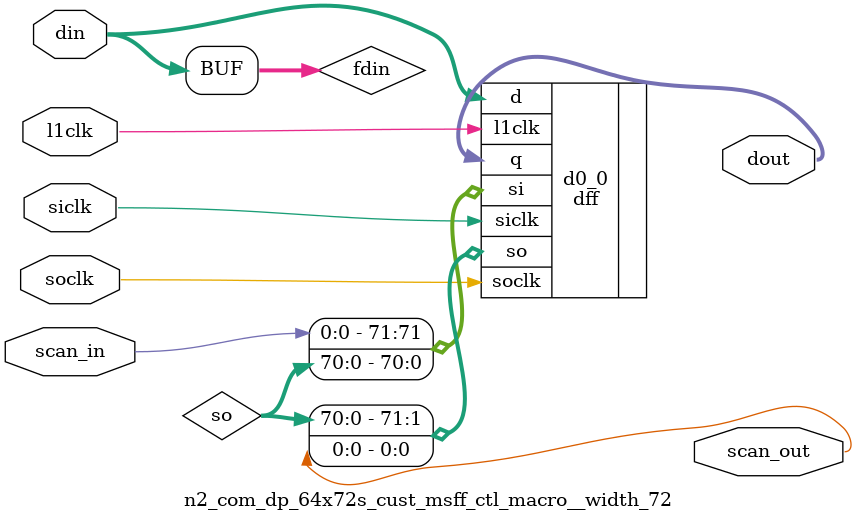
<source format=v>
`define OUTFLOP_n2_com_dp_64x72s_cust  TRUE		



module n2_com_dp_64x72s_cust (
  wr_adr, 
  wr_en, 
  rd_adr, 
  rd_en, 
  din, 
  dout, 
  rdclk, 
  wrclk, 
  scan_in, 
  tcu_pce_ov, 
  tcu_aclk, 
  tcu_bclk, 
  tcu_array_wr_inhibit, 
  tcu_se_scancollar_in, 
  tcu_se_scancollar_out, 
  bist_clk_mux_sel, 
  rd_pce, 
  wr_pce, 
  scan_out);
wire rd_lce;
wire wr_lce;
wire rdclk_in;
wire wrclk_in;
wire rdclk_free;
wire wrclk_free;
wire rdclk_out;
wire dff_wr_addr_scanin;
wire dff_wr_addr_scanout;
wire [5:0] wr_adr_d1;
wire [5:1] dff_rd_addr_scan;
wire dff_rd_addr_scanin;
wire dff_rd_addr_scanout;
wire [5:0] rd_adr_d1;
wire [5:0] rd_adr_mq_l_unused;
wire [5:0] rd_adr_q_unused;
wire [5:0] rd_adr_q_l_unused;
wire dff_rd_en_scanin;
wire dff_rd_en_scanout;
wire rd_en_d1;
wire rd_en_mq_l_unused;
wire rd_en_q_unused;
wire rd_en_q_l_unused;
wire dff_wr_en_scanin;
wire dff_wr_en_scanout;
wire wr_en_d1;
wire [35:1] dff_din_hi_scan;
wire dff_din_hi_scanin;
wire dff_din_hi_scanout;
wire [71:0] din_d1;
wire [35:1] dff_din_lo_scan;
wire dff_din_lo_scanin;
wire dff_din_lo_scanout;
wire wr_inh_;
wire rd_en_d1_qual;
wire wr_en_d1_qual;
wire [71:0] local_dout;
wire dff_dout_scanin;
wire dff_dout_scanout;
		
input	[5:0]	wr_adr;
input			wr_en;
input	[5:0]	rd_adr;
input			rd_en;
input	[71:0] 	din;
output	[71:0]	dout;
input		rdclk;
input		wrclk;
input		scan_in;
input		tcu_pce_ov;
input		tcu_aclk;
input		tcu_bclk;
input		tcu_array_wr_inhibit;
input		tcu_se_scancollar_in;

input		tcu_se_scancollar_out;

input		bist_clk_mux_sel;
input		rd_pce;
input		wr_pce;
output		scan_out;

// synopsys translate_off

wire pce_ov	= tcu_pce_ov;
wire siclk	= tcu_aclk;
wire soclk	= tcu_bclk;
//================================================
// Clock headers
//================================================
cl_mc1_bistlatch_4x rd_pce_lat (
	.l2clk	(rdclk),
	.pce	(rd_pce),
	.pce_ov	(pce_ov),
	.lce	(rd_lce)
);
cl_mc1_bistlatch_4x wr_pce_lat (
	.l2clk	(wrclk),
	.pce	(wr_pce),
	.pce_ov	(pce_ov),
	.lce	(wr_lce)
);
cl_mc1_bistl1hdr_8x rch_in (
        .l2clk  (rdclk), 
        .se     (tcu_se_scancollar_in),
	.clksel	(bist_clk_mux_sel),
	.bistclk(rdclk),
	.lce	(rd_lce),
        .l1clk  (rdclk_in)
);
cl_mc1_bistl1hdr_8x wch_in (
        .l2clk  (wrclk), 
        .se     (tcu_se_scancollar_in),
	.clksel	(bist_clk_mux_sel),
	.bistclk(rdclk),
	.lce	(wr_lce),
        .l1clk  (wrclk_in)
);
cl_mc1_bistl1hdr_8x rch_free (
        .l2clk  (rdclk), 
        .se     (1'b0),
	.clksel	(bist_clk_mux_sel),
	.bistclk(rdclk),
	.lce	(rd_lce),
        .l1clk  (rdclk_free)
);
cl_mc1_bistl1hdr_8x wch_free (
        .l2clk  (wrclk), 
        .se     (1'b0),
	.clksel	(bist_clk_mux_sel),
	.bistclk(rdclk),
	.lce	(wr_lce),
        .l1clk  (wrclk_free)
);

cl_mc1_bistl1hdr_8x rch_out (
        .l2clk  (rdclk), 
        .se     (tcu_se_scancollar_out),
	.clksel	(bist_clk_mux_sel),
	.bistclk(rdclk),
	.lce	(rd_lce),
        .l1clk  (rdclk_out)
);

///////////////////////////////////////////////////////////////
// Flop the inputs                                           //
///////////////////////////////////////////////////////////////
n2_com_dp_64x72s_cust_msff_ctl_macro__width_6 dff_wr_addr  (
	.scan_in	(dff_wr_addr_scanin),
	.scan_out	(dff_wr_addr_scanout),
	.l1clk		(wrclk_in),
	.din		(wr_adr[5:0]),
	.dout		(wr_adr_d1[5:0]),
  .siclk(siclk),
  .soclk(soclk)
);
n2_com_dp_64x72s_cust_sram_msff_mo_macro__fs_1__width_6 dff_rd_addr   (
	.scan_in	({dff_rd_addr_scan[5:1],dff_rd_addr_scanin}),
	.scan_out	({dff_rd_addr_scanout,dff_rd_addr_scan[5:1]}),
	.l1clk		(rdclk_in),
	.and_clk	(rdclk_in),
	.d		(rd_adr[5:0]),
	.mq		(rd_adr_d1[5:0]),
	.mq_l		(rd_adr_mq_l_unused[5:0]),
	.q		(rd_adr_q_unused[5:0]),
	.q_l		(rd_adr_q_l_unused[5:0]),
  .siclk(siclk),
  .soclk(soclk)
);
n2_com_dp_64x72s_cust_sram_msff_mo_macro__width_1 dff_rd_en  (
	.scan_in	(dff_rd_en_scanin),
	.scan_out	(dff_rd_en_scanout),
	.l1clk		(rdclk_in),
	.and_clk	(rdclk_in),
	.d		(rd_en),
	.mq		(rd_en_d1),
	.mq_l		(rd_en_mq_l_unused),
	.q		(rd_en_q_unused),
	.q_l		(rd_en_q_l_unused),
  .siclk(siclk),
  .soclk(soclk)
);
n2_com_dp_64x72s_cust_msff_ctl_macro__width_1 dff_wr_en  (
	.scan_in	(dff_wr_en_scanin),
	.scan_out	(dff_wr_en_scanout),
	.l1clk		(wrclk_in),
	.din		(wr_en),
	.dout		(wr_en_d1),
  .siclk(siclk),
  .soclk(soclk)
);
n2_com_dp_64x72s_cust_msff_ctl_macro__fs_1__width_36 dff_din_hi   (
	.scan_in	({dff_din_hi_scan[35:1],dff_din_hi_scanin}),
	.scan_out	({dff_din_hi_scanout,dff_din_hi_scan[35:1]}),
	.l1clk		(wrclk_in),
	.din		(din[71:36]),
	.dout		(din_d1[71:36]),
  .siclk(siclk),
  .soclk(soclk)
);
n2_com_dp_64x72s_cust_msff_ctl_macro__fs_1__width_36 dff_din_lo   (
	.scan_in	({dff_din_lo_scan[35:1],dff_din_lo_scanin}),
	.scan_out	({dff_din_lo_scanout,dff_din_lo_scan[35:1]}),
	.l1clk		(wrclk_in),
	.din		(din[35:0]),
	.dout		(din_d1[35:0]),
  .siclk(siclk),
  .soclk(soclk)
);
n2_com_dp_64x72s_cust_inv_macro__width_1 wr_inh_inv  (
	.din		(tcu_array_wr_inhibit),
	.dout		(wr_inh_)
);
n2_com_dp_64x72s_cust_and_macro__width_2 enable_qual  (
	.din0		({2{wr_inh_}}),
	.din1		({rd_en_d1,wr_en_d1}),
	.dout		({rd_en_d1_qual,wr_en_d1_qual})
);
n2_com_dp_64x72s_cust_n2_com_array_macro__rows_64__width_72__z_array array    (
	.rclk	(rdclk_free),
	.wclk	(wrclk_free),
	.wr_adr (wr_adr_d1[5:0]),
	.wr_en	(wr_en_d1_qual),
	.rd_adr (rd_adr_d1[5:0]),
	.rd_en	(rd_en_d1_qual),
	.din	(din_d1[71:0]),
	.dout	(local_dout[71:0])
);

n2_com_dp_64x72s_cust_msff_ctl_macro__width_72 dff_dout  (
	.scan_in	(dff_dout_scanin),
	.scan_out	(dff_dout_scanout),
	.l1clk		(rdclk_out),
	.din		(local_dout[71:0]),
	.dout		(dout[71:0]),
  .siclk(siclk),
  .soclk(soclk)
);


supply0 vss;
supply1 vdd;

// fixscan start:
assign dff_wr_addr_scanin         = scan_in                  ;
assign dff_rd_addr_scanin         = dff_wr_addr_scanout      ;
assign dff_wr_en_scanin           = dff_rd_addr_scanout      ;
assign dff_rd_en_scanin           = dff_wr_en_scanout        ;
assign dff_din_lo_scanin          = dff_rd_en_scanout        ;
assign dff_din_hi_scanin          = dff_din_lo_scanout       ;
assign dff_dout_scanin            = dff_din_hi_scanout       ;
assign scan_out                   = dff_dout_scanout         ;
// fixscan end:

// synopsys translate_on

endmodule







// any PARAMS parms go into naming of macro

module n2_com_dp_64x72s_cust_msff_ctl_macro__width_6 (
  din, 
  l1clk, 
  scan_in, 
  siclk, 
  soclk, 
  dout, 
  scan_out);
wire [5:0] fdin;
wire [4:0] so;

  input [5:0] din;
  input l1clk;
  input scan_in;


  input siclk;
  input soclk;

  output [5:0] dout;
  output scan_out;
assign fdin[5:0] = din[5:0];






dff /*#(6)*/  d0_0 (
.l1clk(l1clk),
.siclk(siclk),
.soclk(soclk),
.d(fdin[5:0]),
.si({scan_in,so[4:0]}),
.so({so[4:0],scan_out}),
.q(dout[5:0])
);












endmodule









//
//   macro for cl_mc1_sram_msff_mo_{16,8,4}x flops
//
//





module n2_com_dp_64x72s_cust_sram_msff_mo_macro__fs_1__width_6 (
  d, 
  scan_in, 
  l1clk, 
  and_clk, 
  siclk, 
  soclk, 
  mq, 
  mq_l, 
  scan_out, 
  q, 
  q_l);
input [5:0] d;
  input [5:0] scan_in;
input l1clk;
input and_clk;
input siclk;
input soclk;
output [5:0] mq;
output [5:0] mq_l;
  output [5:0] scan_out;
output [5:0] q;
output [5:0] q_l;






new_dlata /*#(6)*/  d0_0 (
.d(d[5:0]),
.si(scan_in[5:0]),
.so(scan_out[5:0]),
.l1clk(l1clk),
.and_clk(and_clk),
.siclk(siclk),
.soclk(soclk),
.q(q[5:0]),
.q_l(q_l[5:0]),
.mq(mq[5:0]),
.mq_l(mq_l[5:0])
);










//place::generic_place($width,$stack,$left);

endmodule





//
//   macro for cl_mc1_sram_msff_mo_{16,8,4}x flops
//
//





module n2_com_dp_64x72s_cust_sram_msff_mo_macro__width_1 (
  d, 
  scan_in, 
  l1clk, 
  and_clk, 
  siclk, 
  soclk, 
  mq, 
  mq_l, 
  scan_out, 
  q, 
  q_l);
input [0:0] d;
  input scan_in;
input l1clk;
input and_clk;
input siclk;
input soclk;
output [0:0] mq;
output [0:0] mq_l;
  output scan_out;
output [0:0] q;
output [0:0] q_l;






new_dlata /*#(1)*/  d0_0 (
.d(d[0:0]),
.si(scan_in),
.so(scan_out),
.l1clk(l1clk),
.and_clk(and_clk),
.siclk(siclk),
.soclk(soclk),
.q(q[0:0]),
.q_l(q_l[0:0]),
.mq(mq[0:0]),
.mq_l(mq_l[0:0])
);










//place::generic_place($width,$stack,$left);

endmodule









// any PARAMS parms go into naming of macro

module n2_com_dp_64x72s_cust_msff_ctl_macro__width_1 (
  din, 
  l1clk, 
  scan_in, 
  siclk, 
  soclk, 
  dout, 
  scan_out);
wire [0:0] fdin;

  input [0:0] din;
  input l1clk;
  input scan_in;


  input siclk;
  input soclk;

  output [0:0] dout;
  output scan_out;
assign fdin[0:0] = din[0:0];






dff /*#(1)*/  d0_0 (
.l1clk(l1clk),
.siclk(siclk),
.soclk(soclk),
.d(fdin[0:0]),
.si(scan_in),
.so(scan_out),
.q(dout[0:0])
);












endmodule













// any PARAMS parms go into naming of macro

module n2_com_dp_64x72s_cust_msff_ctl_macro__fs_1__width_36 (
  din, 
  l1clk, 
  scan_in, 
  siclk, 
  soclk, 
  dout, 
  scan_out);
wire [35:0] fdin;

  input [35:0] din;
  input l1clk;
  input [35:0] scan_in;


  input siclk;
  input soclk;

  output [35:0] dout;
  output [35:0] scan_out;
assign fdin[35:0] = din[35:0];






dff /*#(36)*/  d0_0 (
.l1clk(l1clk),
.siclk(siclk),
.soclk(soclk),
.d(fdin[35:0]),
.si(scan_in[35:0]),
.so(scan_out[35:0]),
.q(dout[35:0])
);












endmodule









//
//   invert macro
//
//





module n2_com_dp_64x72s_cust_inv_macro__width_1 (
  din, 
  dout);
  input [0:0] din;
  output [0:0] dout;






inv /*#(1)*/  d0_0 (
.in(din[0:0]),
.out(dout[0:0])
);









endmodule





//  
//   and macro for ports = 2,3,4
//
//





module n2_com_dp_64x72s_cust_and_macro__width_2 (
  din0, 
  din1, 
  dout);
  input [1:0] din0;
  input [1:0] din1;
  output [1:0] dout;






and2 /*#(2)*/  d0_0 (
.in0(din0[1:0]),
.in1(din1[1:0]),
.out(dout[1:0])
);









endmodule










module n2_com_dp_64x72s_cust_n2_com_array_macro__rows_64__width_72__z_array (
  rclk, 
  wclk, 
  rd_adr, 
  rd_en, 
  wr_en, 
  wr_adr, 
  din, 
  dout);

input		rclk;
input		wclk;
input	[5:0]	rd_adr;
input		rd_en;
input		wr_en;
input	[5:0]	wr_adr;
input	[72-1:0]	din;
output	[72-1:0]	dout; 



reg	[72-1:0]	mem[64-1:0];
reg	[72-1:0]	local_dout;

`ifndef NOINITMEM
// Emulate reset
integer i;
initial begin
 for (i=0; i<64; i=i+1) begin
   mem[i] = 72'b0;
 end
 local_dout = 72'b0;
end
`endif
//////////////////////
// Read/write array
//////////////////////
always @(negedge wclk) begin
   if (wr_en) begin
       mem[wr_adr] <= din;


   end
end
always @(rclk or rd_en or wr_en or rd_adr or wr_adr) begin
   if (rclk) begin
     if (rd_en) begin
         if (wr_en & (wr_adr[5:0] == rd_adr[5:0]))
             local_dout[72-1:0] <= 72'hx;
         else
             local_dout[72-1:0] <= mem[rd_adr] ;
     end
     else
             local_dout[72-1:0] <= ~(72'h0);
  end
end
assign dout[72-1:0] = local_dout[72-1:0];
supply0 vss;
supply1 vdd;




endmodule 






// any PARAMS parms go into naming of macro

module n2_com_dp_64x72s_cust_msff_ctl_macro__width_72 (
  din, 
  l1clk, 
  scan_in, 
  siclk, 
  soclk, 
  dout, 
  scan_out);
wire [71:0] fdin;
wire [70:0] so;

  input [71:0] din;
  input l1clk;
  input scan_in;


  input siclk;
  input soclk;

  output [71:0] dout;
  output scan_out;
assign fdin[71:0] = din[71:0];






dff /*#(72)*/  d0_0 (
.l1clk(l1clk),
.siclk(siclk),
.soclk(soclk),
.d(fdin[71:0]),
.si({scan_in,so[70:0]}),
.so({so[70:0],scan_out}),
.q(dout[71:0])
);












endmodule









</source>
